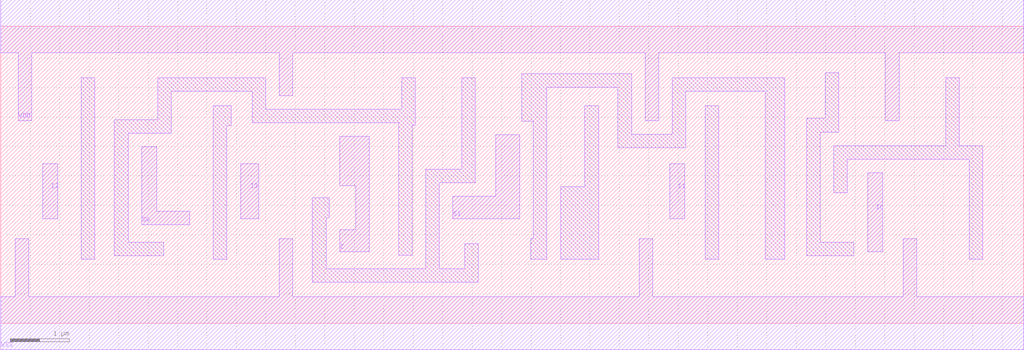
<source format=lef>
# Copyright 2022 GlobalFoundries PDK Authors
#
# Licensed under the Apache License, Version 2.0 (the "License");
# you may not use this file except in compliance with the License.
# You may obtain a copy of the License at
#
#      http://www.apache.org/licenses/LICENSE-2.0
#
# Unless required by applicable law or agreed to in writing, software
# distributed under the License is distributed on an "AS IS" BASIS,
# WITHOUT WARRANTIES OR CONDITIONS OF ANY KIND, either express or implied.
# See the License for the specific language governing permissions and
# limitations under the License.

MACRO gf180mcu_fd_sc_mcu9t5v0__mux4_1
  CLASS core ;
  FOREIGN gf180mcu_fd_sc_mcu9t5v0__mux4_1 0.0 0.0 ;
  ORIGIN 0 0 ;
  SYMMETRY X Y ;
  SITE GF018hv5v_green_sc9 ;
  SIZE 17.36 BY 5.04 ;
  PIN I0
    DIRECTION INPUT ;
    ANTENNAGATEAREA 0.8535 ;
    PORT
      LAYER METAL1 ;
        POLYGON 14.71 1.21 14.97 1.21 14.97 2.555 14.71 2.555  ;
    END
  END I0
  PIN I1
    DIRECTION INPUT ;
    ANTENNAGATEAREA 0.8535 ;
    PORT
      LAYER METAL1 ;
        POLYGON 11.35 1.77 11.61 1.77 11.61 2.71 11.35 2.71  ;
    END
  END I1
  PIN I2
    DIRECTION INPUT ;
    ANTENNAGATEAREA 0.8535 ;
    PORT
      LAYER METAL1 ;
        POLYGON 0.71 1.77 0.97 1.77 0.97 2.71 0.71 2.71  ;
    END
  END I2
  PIN I3
    DIRECTION INPUT ;
    ANTENNAGATEAREA 0.8535 ;
    PORT
      LAYER METAL1 ;
        POLYGON 4.07 1.77 4.375 1.77 4.375 2.71 4.07 2.71  ;
    END
  END I3
  PIN S0
    DIRECTION INPUT ;
    ANTENNAGATEAREA 2.5605 ;
    PORT
      LAYER METAL1 ;
        POLYGON 2.39 1.67 3.21 1.67 3.21 1.9 2.65 1.9 2.65 2.995 2.39 2.995  ;
    END
  END S0
  PIN S1
    DIRECTION INPUT ;
    ANTENNAGATEAREA 1.707 ;
    PORT
      LAYER METAL1 ;
        POLYGON 7.675 1.77 8.105 1.77 8.81 1.77 8.81 3.195 8.405 3.195 8.405 2.155 8.105 2.155 7.675 2.155  ;
    END
  END S1
  PIN Z
    DIRECTION OUTPUT ;
    ANTENNADIFFAREA 1.0032 ;
    PORT
      LAYER METAL1 ;
        POLYGON 5.75 2.33 6.025 2.33 6.025 1.59 5.75 1.59 5.75 1.21 6.255 1.21 6.255 3.175 5.75 3.175  ;
    END
  END Z
  PIN VDD
    DIRECTION INOUT ;
    USE power ;
    SHAPE ABUTMENT ;
    PORT
      LAYER METAL1 ;
        POLYGON 0 4.59 0.295 4.59 0.295 3.44 0.525 3.44 0.525 4.59 1.595 4.59 4.725 4.59 4.725 3.865 4.955 3.865 4.955 4.59 7.035 4.59 8.105 4.59 10.935 4.59 10.935 3.44 11.165 3.44 11.165 4.59 13.305 4.59 15.015 4.59 15.015 3.44 15.245 3.44 15.245 4.59 16.665 4.59 17.36 4.59 17.36 5.49 16.665 5.49 13.305 5.49 8.105 5.49 7.035 5.49 1.595 5.49 0 5.49  ;
    END
  END VDD
  PIN VSS
    DIRECTION INOUT ;
    USE ground ;
    SHAPE ABUTMENT ;
    PORT
      LAYER METAL1 ;
        POLYGON 0 -0.45 17.36 -0.45 17.36 0.45 15.545 0.45 15.545 1.43 15.315 1.43 15.315 0.45 11.065 0.45 11.065 1.43 10.835 1.43 10.835 0.45 4.955 0.45 4.955 1.43 4.725 1.43 4.725 0.45 0.475 0.45 0.475 1.43 0.245 1.43 0.245 0.45 0 0.45  ;
    END
  END VSS
  OBS
      LAYER METAL1 ;
        POLYGON 1.365 1.09 1.595 1.09 1.595 4.17 1.365 4.17  ;
        POLYGON 3.605 1.09 3.835 1.09 3.835 3.355 3.915 3.355 3.915 3.695 3.605 3.695  ;
        POLYGON 2.16 3.225 2.895 3.225 2.895 3.94 4.265 3.94 4.265 3.405 6.755 3.405 6.755 1.155 6.985 1.155 6.985 3.36 7.035 3.36 7.035 4.17 6.805 4.17 6.805 3.635 4.495 3.635 4.495 4.17 2.665 4.17 2.665 3.455 1.93 3.455 1.93 1.145 2.77 1.145 2.77 1.375 2.16 1.375  ;
        POLYGON 5.29 0.695 8.105 0.695 8.105 1.345 7.875 1.345 7.875 0.925 7.445 0.925 7.445 2.385 8.055 2.385 8.055 4.17 7.825 4.17 7.825 2.615 7.215 2.615 7.215 0.925 5.52 0.925 5.52 1.79 5.575 1.79 5.575 2.13 5.29 2.13  ;
        POLYGON 9.5 1.09 10.145 1.09 10.145 3.695 9.915 3.695 9.915 2.315 9.5 2.315  ;
        POLYGON 11.955 1.09 12.185 1.09 12.185 3.695 11.955 3.695  ;
        POLYGON 8.845 3.425 9.04 3.425 9.04 1.43 8.995 1.43 8.995 1.09 9.27 1.09 9.27 4.005 10.475 4.005 10.475 2.98 11.625 2.98 11.625 3.94 12.975 3.94 12.975 1.09 13.305 1.09 13.305 4.17 11.395 4.17 11.395 3.21 10.705 3.21 10.705 4.235 8.845 4.235  ;
        POLYGON 13.675 1.145 14.48 1.145 14.48 1.375 13.905 1.375 13.905 3.245 14.225 3.245 14.225 4.25 13.995 4.25 13.995 3.475 13.675 3.475  ;
        POLYGON 14.135 2.215 14.365 2.215 14.365 2.785 16.435 2.785 16.435 1.09 16.665 1.09 16.665 3.015 16.265 3.015 16.265 4.17 16.035 4.17 16.035 3.015 14.135 3.015  ;
  END
END gf180mcu_fd_sc_mcu9t5v0__mux4_1

</source>
